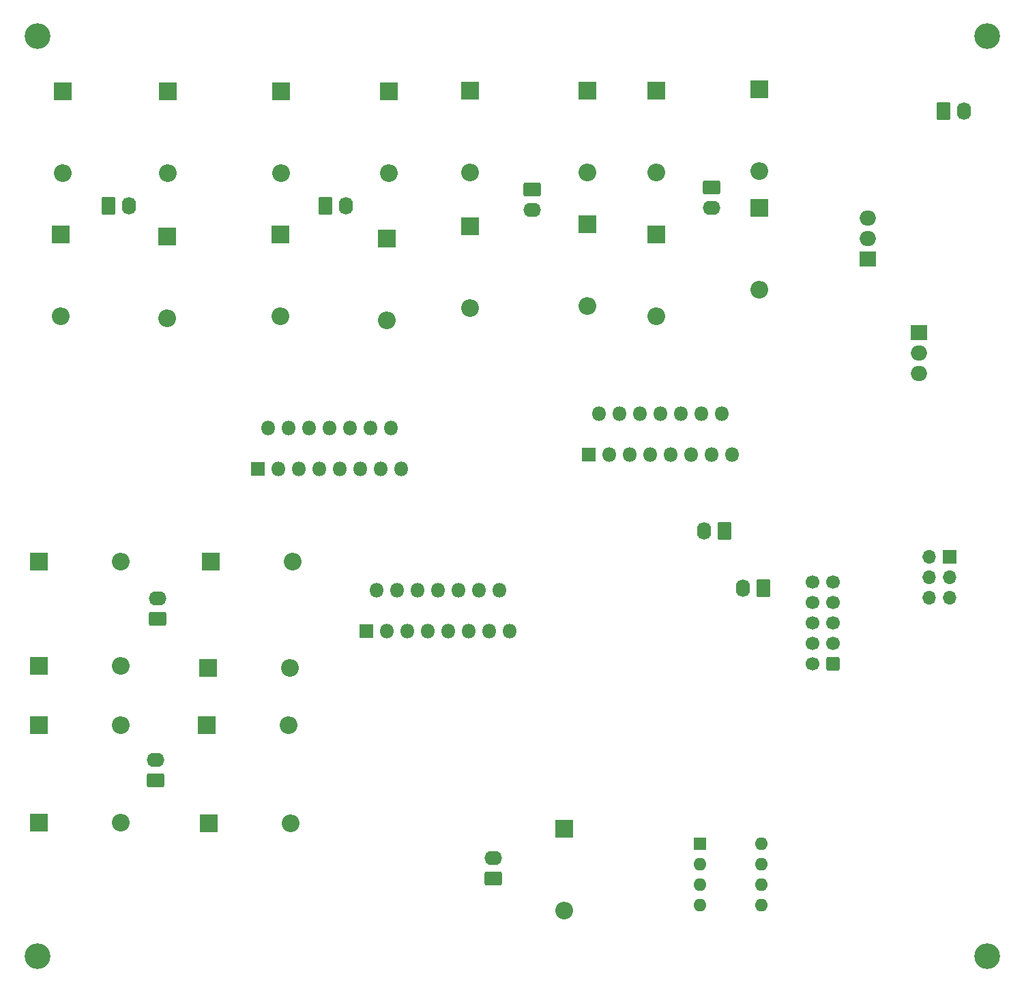
<source format=gbr>
%TF.GenerationSoftware,KiCad,Pcbnew,8.0.8*%
%TF.CreationDate,2025-03-31T18:54:26-05:00*%
%TF.ProjectId,Senior_Design_PCB_ethanl7_nrkim2,53656e69-6f72-45f4-9465-7369676e5f50,rev?*%
%TF.SameCoordinates,Original*%
%TF.FileFunction,Soldermask,Bot*%
%TF.FilePolarity,Negative*%
%FSLAX46Y46*%
G04 Gerber Fmt 4.6, Leading zero omitted, Abs format (unit mm)*
G04 Created by KiCad (PCBNEW 8.0.8) date 2025-03-31 18:54:26*
%MOMM*%
%LPD*%
G01*
G04 APERTURE LIST*
G04 Aperture macros list*
%AMRoundRect*
0 Rectangle with rounded corners*
0 $1 Rounding radius*
0 $2 $3 $4 $5 $6 $7 $8 $9 X,Y pos of 4 corners*
0 Add a 4 corners polygon primitive as box body*
4,1,4,$2,$3,$4,$5,$6,$7,$8,$9,$2,$3,0*
0 Add four circle primitives for the rounded corners*
1,1,$1+$1,$2,$3*
1,1,$1+$1,$4,$5*
1,1,$1+$1,$6,$7*
1,1,$1+$1,$8,$9*
0 Add four rect primitives between the rounded corners*
20,1,$1+$1,$2,$3,$4,$5,0*
20,1,$1+$1,$4,$5,$6,$7,0*
20,1,$1+$1,$6,$7,$8,$9,0*
20,1,$1+$1,$8,$9,$2,$3,0*%
G04 Aperture macros list end*
%ADD10RoundRect,0.250000X0.620000X0.845000X-0.620000X0.845000X-0.620000X-0.845000X0.620000X-0.845000X0*%
%ADD11O,1.740000X2.190000*%
%ADD12R,2.200000X2.200000*%
%ADD13O,2.200000X2.200000*%
%ADD14R,1.800000X1.800000*%
%ADD15O,1.800000X1.800000*%
%ADD16C,3.200000*%
%ADD17R,1.600000X1.600000*%
%ADD18O,1.600000X1.600000*%
%ADD19R,2.000000X1.905000*%
%ADD20O,2.000000X1.905000*%
%ADD21RoundRect,0.250000X-0.620000X-0.845000X0.620000X-0.845000X0.620000X0.845000X-0.620000X0.845000X0*%
%ADD22RoundRect,0.250000X-0.845000X0.620000X-0.845000X-0.620000X0.845000X-0.620000X0.845000X0.620000X0*%
%ADD23O,2.190000X1.740000*%
%ADD24RoundRect,0.250000X0.845000X-0.620000X0.845000X0.620000X-0.845000X0.620000X-0.845000X-0.620000X0*%
%ADD25R,1.700000X1.700000*%
%ADD26O,1.700000X1.700000*%
%ADD27RoundRect,0.250000X0.600000X0.600000X-0.600000X0.600000X-0.600000X-0.600000X0.600000X-0.600000X0*%
%ADD28C,1.700000*%
G04 APERTURE END LIST*
D10*
%TO.C,D2*%
X174989361Y-98794469D03*
D11*
X172449361Y-98794469D03*
%TD*%
D10*
%TO.C,D1*%
X170163361Y-91682469D03*
D11*
X167623361Y-91682469D03*
%TD*%
D12*
%TO.C,D12*%
X174481361Y-51550469D03*
D13*
X174481361Y-61710469D03*
%TD*%
D12*
%TO.C,D13*%
X85073361Y-127904469D03*
D13*
X95233361Y-127904469D03*
%TD*%
D14*
%TO.C,U5*%
X112251361Y-83935469D03*
D15*
X113521361Y-78855469D03*
X114791361Y-83935469D03*
X116061361Y-78855469D03*
X117331361Y-83935469D03*
X118601361Y-78855469D03*
X119871361Y-83935469D03*
X121141361Y-78855469D03*
X122411361Y-83935469D03*
X123681361Y-78855469D03*
X124951361Y-83935469D03*
X126221361Y-78855469D03*
X127491361Y-83935469D03*
X128761361Y-78855469D03*
X130031361Y-83935469D03*
%TD*%
D12*
%TO.C,D11*%
X174481361Y-36818469D03*
D13*
X174481361Y-46978469D03*
%TD*%
D12*
%TO.C,D15*%
X85073361Y-115812469D03*
D13*
X95233361Y-115812469D03*
%TD*%
D12*
%TO.C,D8*%
X153145361Y-36945469D03*
D13*
X153145361Y-47105469D03*
%TD*%
D14*
%TO.C,U3*%
X153272361Y-82157469D03*
D15*
X154542361Y-77077469D03*
X155812361Y-82157469D03*
X157082361Y-77077469D03*
X158352361Y-82157469D03*
X159622361Y-77077469D03*
X160892361Y-82157469D03*
X162162361Y-77077469D03*
X163432361Y-82157469D03*
X164702361Y-77077469D03*
X165972361Y-82157469D03*
X167242361Y-77077469D03*
X168512361Y-82157469D03*
X169782361Y-77077469D03*
X171052361Y-82157469D03*
%TD*%
D12*
%TO.C,D19*%
X85073361Y-95492469D03*
D13*
X95233361Y-95492469D03*
%TD*%
D12*
%TO.C,D28*%
X128253361Y-55360469D03*
D13*
X128253361Y-65520469D03*
%TD*%
D16*
%TO.C,H3*%
X84836000Y-144526000D03*
%TD*%
D12*
%TO.C,D9*%
X161654361Y-36945469D03*
D13*
X161654361Y-47105469D03*
%TD*%
D12*
%TO.C,D26*%
X115045361Y-54852469D03*
D13*
X115045361Y-65012469D03*
%TD*%
D17*
%TO.C,U2*%
X167115361Y-130544469D03*
D18*
X167115361Y-133084469D03*
X167115361Y-135624469D03*
X167115361Y-138164469D03*
X174735361Y-138164469D03*
X174735361Y-135624469D03*
X174735361Y-133084469D03*
X174735361Y-130544469D03*
%TD*%
D12*
%TO.C,D5*%
X138540361Y-53836469D03*
D13*
X138540361Y-63996469D03*
%TD*%
D19*
%TO.C,U1*%
X187943361Y-57900469D03*
D20*
X187943361Y-55360469D03*
X187943361Y-52820469D03*
%TD*%
D14*
%TO.C,U4*%
X125713361Y-104128469D03*
D15*
X126983361Y-99048469D03*
X128253361Y-104128469D03*
X129523361Y-99048469D03*
X130793361Y-104128469D03*
X132063361Y-99048469D03*
X133333361Y-104128469D03*
X134603361Y-99048469D03*
X135873361Y-104128469D03*
X137143361Y-99048469D03*
X138413361Y-104128469D03*
X139683361Y-99048469D03*
X140953361Y-104128469D03*
X142223361Y-99048469D03*
X143493361Y-104128469D03*
%TD*%
D21*
%TO.C,J10*%
X120633361Y-51296469D03*
D11*
X123173361Y-51296469D03*
%TD*%
D12*
%TO.C,D23*%
X101007361Y-37072469D03*
D13*
X101007361Y-47232469D03*
%TD*%
D22*
%TO.C,J5*%
X146287361Y-49264469D03*
D23*
X146287361Y-51804469D03*
%TD*%
D19*
%TO.C,U7*%
X194293361Y-67044469D03*
D20*
X194293361Y-69584469D03*
X194293361Y-72124469D03*
%TD*%
D12*
%TO.C,D3*%
X150224361Y-128639469D03*
D13*
X150224361Y-138799469D03*
%TD*%
D12*
%TO.C,D18*%
X106028361Y-108700469D03*
D13*
X116188361Y-108700469D03*
%TD*%
D12*
%TO.C,D25*%
X115113361Y-37072469D03*
D13*
X115113361Y-47232469D03*
%TD*%
D24*
%TO.C,J7*%
X99551361Y-122670469D03*
D23*
X99551361Y-120130469D03*
%TD*%
D12*
%TO.C,D20*%
X106409361Y-95492469D03*
D13*
X116569361Y-95492469D03*
%TD*%
D12*
%TO.C,D14*%
X106155361Y-128004469D03*
D13*
X116315361Y-128004469D03*
%TD*%
D12*
%TO.C,D6*%
X153145361Y-53582469D03*
D13*
X153145361Y-63742469D03*
%TD*%
D16*
%TO.C,H2*%
X202692000Y-30226000D03*
%TD*%
D12*
%TO.C,D7*%
X138540361Y-36945469D03*
D13*
X138540361Y-47105469D03*
%TD*%
D12*
%TO.C,D27*%
X128439361Y-37072469D03*
D13*
X128439361Y-47232469D03*
%TD*%
D24*
%TO.C,J8*%
X99805361Y-102604469D03*
D23*
X99805361Y-100064469D03*
%TD*%
D12*
%TO.C,D16*%
X105901361Y-115812469D03*
D13*
X116061361Y-115812469D03*
%TD*%
D12*
%TO.C,D21*%
X87971361Y-37072469D03*
D13*
X87971361Y-47232469D03*
%TD*%
D21*
%TO.C,J2*%
X197341361Y-39485469D03*
D11*
X199881361Y-39485469D03*
%TD*%
D22*
%TO.C,J6*%
X168512361Y-49010469D03*
D23*
X168512361Y-51550469D03*
%TD*%
D21*
%TO.C,J9*%
X93709361Y-51296469D03*
D11*
X96249361Y-51296469D03*
%TD*%
D12*
%TO.C,D22*%
X87776361Y-54852469D03*
D13*
X87776361Y-65012469D03*
%TD*%
D12*
%TO.C,D10*%
X161654361Y-54852469D03*
D13*
X161654361Y-65012469D03*
%TD*%
D25*
%TO.C,J3*%
X198103361Y-94857469D03*
D26*
X195563361Y-94857469D03*
X198103361Y-97397469D03*
X195563361Y-97397469D03*
X198103361Y-99937469D03*
X195563361Y-99937469D03*
%TD*%
D12*
%TO.C,D17*%
X85073361Y-108455469D03*
D13*
X95233361Y-108455469D03*
%TD*%
D12*
%TO.C,D24*%
X100966361Y-55106469D03*
D13*
X100966361Y-65266469D03*
%TD*%
D27*
%TO.C,J4*%
X183625361Y-108192469D03*
D28*
X181085361Y-108192469D03*
X183625361Y-105652469D03*
X181085361Y-105652469D03*
X183625361Y-103112469D03*
X181085361Y-103112469D03*
X183625361Y-100572469D03*
X181085361Y-100572469D03*
X183625361Y-98032469D03*
X181085361Y-98032469D03*
%TD*%
D24*
%TO.C,J1*%
X141461361Y-134862469D03*
D23*
X141461361Y-132322469D03*
%TD*%
D16*
%TO.C,H1*%
X84836000Y-30226000D03*
%TD*%
%TO.C,H4*%
X202692000Y-144526000D03*
%TD*%
M02*

</source>
